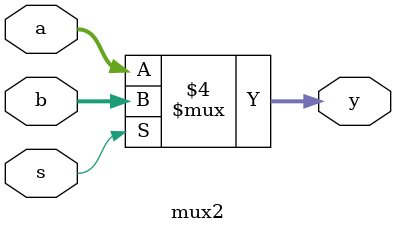
<source format=v>
`timescale 1ns/1ns

module mux2(a, b, s, y);
	input  [7:0] a, b;
	input        s;
	output [7:0] y;
	reg    [7:0] y;
	
	always@(a or b or s) begin
		if(s == 1'b0) begin
			y <= a;
		end else begin
			y <= b;
		end
	end
	
endmodule

</source>
